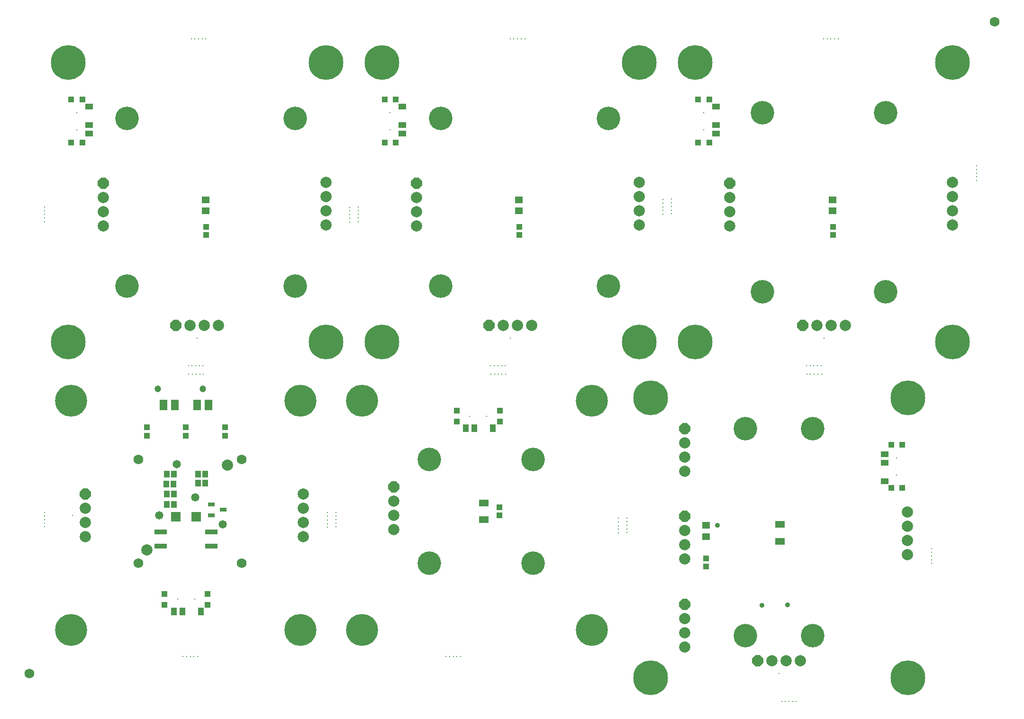
<source format=gts>
G04 Layer_Color=8388736*
%FSLAX44Y44*%
%MOMM*%
G71*
G01*
G75*
%ADD42R,1.1032X1.4532*%
%ADD43R,1.0032X1.1032*%
%ADD44R,1.0532X1.1532*%
%ADD45R,1.0032X1.0032*%
%ADD46R,1.4032X1.9532*%
%ADD47R,1.2532X0.8032*%
%ADD48R,2.3032X0.9532*%
%ADD49R,1.7032X1.8032*%
%ADD50R,1.0532X1.0532*%
%ADD51R,1.8032X1.2032*%
%ADD52R,1.4532X1.2032*%
%ADD53R,1.4532X1.1032*%
%ADD54R,1.1032X1.0032*%
%ADD55C,0.2032*%
%ADD56C,1.7272*%
%ADD57C,2.0032*%
%ADD58C,1.2032*%
G04:AMPARAMS|DCode=59|XSize=0.2032mm|YSize=0.2032mm|CornerRadius=0mm|HoleSize=0mm|Usage=FLASHONLY|Rotation=270.000|XOffset=0mm|YOffset=0mm|HoleType=Round|Shape=RoundedRectangle|*
%AMROUNDEDRECTD59*
21,1,0.2032,0.2032,0,0,270.0*
21,1,0.2032,0.2032,0,0,270.0*
1,1,0.0000,-0.1016,-0.1016*
1,1,0.0000,-0.1016,0.1016*
1,1,0.0000,0.1016,0.1016*
1,1,0.0000,0.1016,-0.1016*
%
%ADD59ROUNDEDRECTD59*%
%ADD60P,2.1683X8X292.5*%
%ADD61C,5.7032*%
%ADD62C,1.4732*%
%ADD63C,4.2032*%
%ADD64P,2.1683X8X22.5*%
G04:AMPARAMS|DCode=65|XSize=0.2032mm|YSize=0.2032mm|CornerRadius=0mm|HoleSize=0mm|Usage=FLASHONLY|Rotation=0.000|XOffset=0mm|YOffset=0mm|HoleType=Round|Shape=RoundedRectangle|*
%AMROUNDEDRECTD65*
21,1,0.2032,0.2032,0,0,0.0*
21,1,0.2032,0.2032,0,0,0.0*
1,1,0.0000,0.1016,-0.1016*
1,1,0.0000,-0.1016,-0.1016*
1,1,0.0000,-0.1016,0.1016*
1,1,0.0000,0.1016,0.1016*
%
%ADD65ROUNDEDRECTD65*%
%ADD66C,6.2032*%
%ADD67C,0.9032*%
D42*
X326395Y208250D02*
D03*
X293395D02*
D03*
X278395D02*
D03*
X848260Y535750D02*
D03*
X815260D02*
D03*
X800260D02*
D03*
D43*
X261895Y240000D02*
D03*
Y220000D02*
D03*
X338895Y240000D02*
D03*
Y220000D02*
D03*
X783760Y567500D02*
D03*
Y547500D02*
D03*
X860760Y567500D02*
D03*
Y547500D02*
D03*
D44*
X334500Y454000D02*
D03*
X321500D02*
D03*
X321500Y438000D02*
D03*
X334500D02*
D03*
X278000Y436100D02*
D03*
X265000D02*
D03*
X278500Y454000D02*
D03*
X265500D02*
D03*
X278500Y418000D02*
D03*
X265500D02*
D03*
X265500Y400000D02*
D03*
X278500D02*
D03*
D45*
X230000Y537500D02*
D03*
Y522500D02*
D03*
X370000Y537500D02*
D03*
Y522500D02*
D03*
X300000Y537500D02*
D03*
Y522500D02*
D03*
D46*
X260000Y577250D02*
D03*
X280000Y577250D02*
D03*
X320000Y577250D02*
D03*
X340000D02*
D03*
D47*
X345000Y399500D02*
D03*
Y380500D02*
D03*
X367000Y390000D02*
D03*
D48*
X345500Y325400D02*
D03*
Y350600D02*
D03*
X254500D02*
D03*
Y325400D02*
D03*
D49*
X318000Y378000D02*
D03*
X282000D02*
D03*
D50*
X860000Y394500D02*
D03*
Y380500D02*
D03*
X1229250Y303000D02*
D03*
Y289000D02*
D03*
X336160Y881470D02*
D03*
Y895470D02*
D03*
X896160D02*
D03*
Y881470D02*
D03*
X1456160Y881470D02*
D03*
Y895470D02*
D03*
D51*
X832500Y402500D02*
D03*
Y372500D02*
D03*
X1361250Y333750D02*
D03*
Y363750D02*
D03*
D52*
X1229250Y342250D02*
D03*
Y362250D02*
D03*
X335050Y924360D02*
D03*
Y944360D02*
D03*
X895050D02*
D03*
Y924360D02*
D03*
X1455050Y924360D02*
D03*
Y944360D02*
D03*
D53*
X1548250Y441500D02*
D03*
Y474500D02*
D03*
Y489500D02*
D03*
X126750Y1110760D02*
D03*
Y1077760D02*
D03*
Y1062760D02*
D03*
X686750D02*
D03*
Y1077760D02*
D03*
Y1110760D02*
D03*
X1246750Y1110760D02*
D03*
Y1077760D02*
D03*
Y1062760D02*
D03*
D54*
X1580000Y506000D02*
D03*
X1560000D02*
D03*
X1580000Y429000D02*
D03*
X1560000D02*
D03*
X95000Y1046260D02*
D03*
X115000D02*
D03*
X95000Y1123260D02*
D03*
X115000D02*
D03*
X675000D02*
D03*
X655000D02*
D03*
X675000Y1046260D02*
D03*
X655000D02*
D03*
X1215000Y1046260D02*
D03*
X1235000D02*
D03*
X1215000Y1123260D02*
D03*
X1235000D02*
D03*
D55*
X305000Y632500D02*
D03*
X311500D02*
D03*
X324750D02*
D03*
X318250D02*
D03*
X331000D02*
D03*
X330500Y647750D02*
D03*
X317750D02*
D03*
X324250D02*
D03*
X311000D02*
D03*
X304500D02*
D03*
X320500Y127750D02*
D03*
X307750D02*
D03*
X314250D02*
D03*
X301000D02*
D03*
X294500D02*
D03*
X790500D02*
D03*
X777750D02*
D03*
X784250D02*
D03*
X771000D02*
D03*
X764500D02*
D03*
X1390500Y47750D02*
D03*
X1377750D02*
D03*
X1384250D02*
D03*
X1371000D02*
D03*
X1364500D02*
D03*
X1632250Y320500D02*
D03*
Y307750D02*
D03*
Y314250D02*
D03*
Y301000D02*
D03*
Y294500D02*
D03*
X1435000Y647500D02*
D03*
X1428500D02*
D03*
X1415250D02*
D03*
X1421750D02*
D03*
X1409000D02*
D03*
X1409500Y632250D02*
D03*
X1422250D02*
D03*
X1415750D02*
D03*
X1429000D02*
D03*
X1435500D02*
D03*
X1072500Y375000D02*
D03*
Y368500D02*
D03*
Y355250D02*
D03*
Y361750D02*
D03*
Y349000D02*
D03*
X1087750Y349500D02*
D03*
Y362250D02*
D03*
Y355750D02*
D03*
Y369000D02*
D03*
Y375500D02*
D03*
X845000Y632500D02*
D03*
X851500D02*
D03*
X864750D02*
D03*
X858250D02*
D03*
X871000D02*
D03*
X870500Y647750D02*
D03*
X857750D02*
D03*
X864250D02*
D03*
X851000D02*
D03*
X844500D02*
D03*
X607500Y905000D02*
D03*
Y911500D02*
D03*
Y924750D02*
D03*
Y918250D02*
D03*
Y931000D02*
D03*
X592250Y930500D02*
D03*
Y917750D02*
D03*
Y924250D02*
D03*
Y911000D02*
D03*
Y904500D02*
D03*
X47500Y905000D02*
D03*
Y911500D02*
D03*
Y924750D02*
D03*
Y918250D02*
D03*
Y931000D02*
D03*
X309500Y1232250D02*
D03*
X322250D02*
D03*
X315750D02*
D03*
X329000D02*
D03*
X335500D02*
D03*
X879500D02*
D03*
X892250D02*
D03*
X885750D02*
D03*
X899000D02*
D03*
X905500D02*
D03*
X1439500D02*
D03*
X1452250D02*
D03*
X1445750D02*
D03*
X1459000D02*
D03*
X1465500D02*
D03*
X1712500Y1005000D02*
D03*
Y998500D02*
D03*
Y985250D02*
D03*
Y991750D02*
D03*
Y979000D02*
D03*
X552500Y385000D02*
D03*
Y378500D02*
D03*
Y365250D02*
D03*
Y371750D02*
D03*
Y359000D02*
D03*
X567750Y359500D02*
D03*
Y372250D02*
D03*
Y365750D02*
D03*
Y379000D02*
D03*
Y385500D02*
D03*
X47750Y359500D02*
D03*
Y372250D02*
D03*
Y365750D02*
D03*
Y379000D02*
D03*
Y385500D02*
D03*
X1152500Y945000D02*
D03*
Y938500D02*
D03*
Y925250D02*
D03*
Y931750D02*
D03*
Y919000D02*
D03*
X1167750Y919500D02*
D03*
Y932250D02*
D03*
Y925750D02*
D03*
Y939000D02*
D03*
Y945500D02*
D03*
X285395Y230000D02*
D03*
X315395D02*
D03*
X807260Y557500D02*
D03*
X837260D02*
D03*
X1570000Y482500D02*
D03*
Y452500D02*
D03*
X105000Y1069760D02*
D03*
Y1099760D02*
D03*
X665000D02*
D03*
Y1069760D02*
D03*
X1225000Y1069760D02*
D03*
Y1099760D02*
D03*
D56*
X20000Y97500D02*
D03*
X1745000Y1262500D02*
D03*
X400000Y295000D02*
D03*
X215000Y480000D02*
D03*
X400000D02*
D03*
X215000Y295000D02*
D03*
D57*
X230000Y318000D02*
D03*
X374000Y470000D02*
D03*
X509500Y418100D02*
D03*
Y341900D02*
D03*
Y367300D02*
D03*
Y392700D02*
D03*
X120000D02*
D03*
Y367300D02*
D03*
Y341900D02*
D03*
X671750Y405550D02*
D03*
Y380150D02*
D03*
Y354750D02*
D03*
X1398100Y120000D02*
D03*
X1372700D02*
D03*
X1347300D02*
D03*
X1191500Y458850D02*
D03*
Y484250D02*
D03*
Y509650D02*
D03*
Y145050D02*
D03*
Y170450D02*
D03*
Y195850D02*
D03*
X1191250Y302150D02*
D03*
Y327550D02*
D03*
Y352950D02*
D03*
X1589500Y386100D02*
D03*
Y309900D02*
D03*
Y335300D02*
D03*
Y360700D02*
D03*
X550000Y975400D02*
D03*
Y899200D02*
D03*
Y924600D02*
D03*
Y950000D02*
D03*
X152000Y947950D02*
D03*
Y922550D02*
D03*
Y897150D02*
D03*
X358100Y720000D02*
D03*
X332700D02*
D03*
X307300D02*
D03*
X867300D02*
D03*
X892700D02*
D03*
X918100D02*
D03*
X712000Y897150D02*
D03*
Y922550D02*
D03*
Y947950D02*
D03*
X1110000Y950000D02*
D03*
Y924600D02*
D03*
Y899200D02*
D03*
Y975400D02*
D03*
X1670000Y975400D02*
D03*
Y899200D02*
D03*
Y924600D02*
D03*
Y950000D02*
D03*
X1272000Y947950D02*
D03*
Y922550D02*
D03*
Y897150D02*
D03*
X1478100Y720000D02*
D03*
X1452700D02*
D03*
X1427300D02*
D03*
D58*
X250000Y606000D02*
D03*
X330000D02*
D03*
D59*
X97200Y380000D02*
D03*
D60*
X120000Y418100D02*
D03*
X671750Y430950D02*
D03*
X1191500Y535050D02*
D03*
Y221250D02*
D03*
X1191250Y378350D02*
D03*
X152000Y973350D02*
D03*
X712000D02*
D03*
X1272000Y973350D02*
D03*
D61*
X95000Y585000D02*
D03*
X505000D02*
D03*
X95000Y175000D02*
D03*
X505000D02*
D03*
X1025000D02*
D03*
X615000D02*
D03*
X1025000Y585000D02*
D03*
X615000D02*
D03*
D62*
X252000Y380000D02*
D03*
X366000Y364000D02*
D03*
X316930Y412000D02*
D03*
X284000Y472000D02*
D03*
D63*
X735000Y295000D02*
D03*
X920000Y480000D02*
D03*
X735000D02*
D03*
X920000Y295000D02*
D03*
X1420000Y165000D02*
D03*
X1300000D02*
D03*
X1420000Y535000D02*
D03*
X1300000D02*
D03*
X195000Y1090000D02*
D03*
Y790000D02*
D03*
X495000D02*
D03*
Y1090000D02*
D03*
X1055000D02*
D03*
Y790000D02*
D03*
X755000D02*
D03*
Y1090000D02*
D03*
X1330000Y1100000D02*
D03*
Y780000D02*
D03*
X1550000D02*
D03*
Y1100000D02*
D03*
D64*
X1321900Y120000D02*
D03*
X281900Y720000D02*
D03*
X841900D02*
D03*
X1401900Y720000D02*
D03*
D65*
X1360000Y97200D02*
D03*
X320000Y697200D02*
D03*
X880000D02*
D03*
X1440000Y697200D02*
D03*
D66*
X1590000Y590000D02*
D03*
X1130000D02*
D03*
Y90000D02*
D03*
X1590000D02*
D03*
X550000Y1190000D02*
D03*
X90000D02*
D03*
Y690000D02*
D03*
X550000D02*
D03*
X1110000D02*
D03*
X650000D02*
D03*
Y1190000D02*
D03*
X1110000D02*
D03*
X1670000Y1190000D02*
D03*
X1210000D02*
D03*
Y690000D02*
D03*
X1670000D02*
D03*
D67*
X1329000Y219000D02*
D03*
X1375000Y220000D02*
D03*
X1249750Y362250D02*
D03*
M02*

</source>
